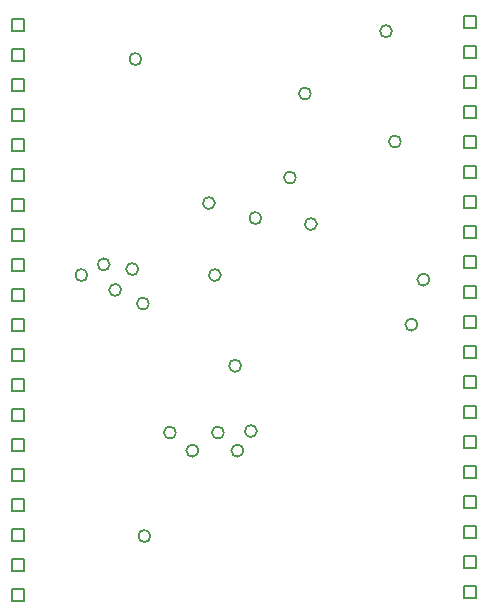
<source format=gbr>
G04*
G04 #@! TF.GenerationSoftware,Altium Limited,Altium Designer,24.3.1 (35)*
G04*
G04 Layer_Color=2752767*
%FSLAX25Y25*%
%MOIN*%
G70*
G04*
G04 #@! TF.SameCoordinates,0CBC8BA6-70FB-484C-93A1-0B89DDC4EC94*
G04*
G04*
G04 #@! TF.FilePolarity,Positive*
G04*
G01*
G75*
%ADD46C,0.00500*%
%ADD47C,0.00667*%
D46*
X445000Y406500D02*
Y410500D01*
X449000D01*
Y406500D01*
X445000D01*
Y366500D02*
Y370500D01*
X449000D01*
Y366500D01*
X445000D01*
Y336500D02*
Y340500D01*
X449000D01*
Y336500D01*
X445000D01*
Y326500D02*
Y330500D01*
X449000D01*
Y326500D01*
X445000D01*
Y316500D02*
Y320500D01*
X449000D01*
Y316500D01*
X445000D01*
Y296500D02*
Y300500D01*
X449000D01*
Y296500D01*
X445000D01*
Y286500D02*
Y290500D01*
X449000D01*
Y286500D01*
X445000D01*
Y266500D02*
Y270500D01*
X449000D01*
Y266500D01*
X445000D01*
Y246500D02*
Y250500D01*
X449000D01*
Y246500D01*
X445000D01*
Y226500D02*
Y230500D01*
X449000D01*
Y226500D01*
X445000D01*
Y236500D02*
Y240500D01*
X449000D01*
Y236500D01*
X445000D01*
Y256500D02*
Y260500D01*
X449000D01*
Y256500D01*
X445000D01*
Y276500D02*
Y280500D01*
X449000D01*
Y276500D01*
X445000D01*
Y306500D02*
Y310500D01*
X449000D01*
Y306500D01*
X445000D01*
Y346500D02*
Y350500D01*
X449000D01*
Y346500D01*
X445000D01*
Y356500D02*
Y360500D01*
X449000D01*
Y356500D01*
X445000D01*
Y376500D02*
Y380500D01*
X449000D01*
Y376500D01*
X445000D01*
Y386500D02*
Y390500D01*
X449000D01*
Y386500D01*
X445000D01*
Y396500D02*
Y400500D01*
X449000D01*
Y396500D01*
X445000D01*
Y416500D02*
Y420500D01*
X449000D01*
Y416500D01*
X445000D01*
X294500Y275500D02*
Y279500D01*
X298500D01*
Y275500D01*
X294500D01*
Y305500D02*
Y309500D01*
X298500D01*
Y305500D01*
X294500D01*
Y315500D02*
Y319500D01*
X298500D01*
Y315500D01*
X294500D01*
Y325500D02*
Y329500D01*
X298500D01*
Y325500D01*
X294500D01*
Y345500D02*
Y349500D01*
X298500D01*
Y345500D01*
X294500D01*
Y355500D02*
Y359500D01*
X298500D01*
Y355500D01*
X294500D01*
Y375500D02*
Y379500D01*
X298500D01*
Y375500D01*
X294500D01*
Y395500D02*
Y399500D01*
X298500D01*
Y395500D01*
X294500D01*
Y415500D02*
Y419500D01*
X298500D01*
Y415500D01*
X294500D01*
Y405500D02*
Y409500D01*
X298500D01*
Y405500D01*
X294500D01*
Y385500D02*
Y389500D01*
X298500D01*
Y385500D01*
X294500D01*
Y365500D02*
Y369500D01*
X298500D01*
Y365500D01*
X294500D01*
Y335500D02*
Y339500D01*
X298500D01*
Y335500D01*
X294500D01*
Y295500D02*
Y299500D01*
X298500D01*
Y295500D01*
X294500D01*
Y285500D02*
Y289500D01*
X298500D01*
Y285500D01*
X294500D01*
Y265500D02*
Y269500D01*
X298500D01*
Y265500D01*
X294500D01*
Y255500D02*
Y259500D01*
X298500D01*
Y255500D01*
X294500D01*
Y245500D02*
Y249500D01*
X298500D01*
Y245500D01*
X294500D01*
Y235500D02*
Y239500D01*
X298500D01*
Y235500D01*
X294500D01*
Y225500D02*
Y229500D01*
X298500D01*
Y225500D01*
X294500D01*
D47*
X389000Y366500D02*
G03*
X389000Y366500I-2000J0D01*
G01*
X396000Y351000D02*
G03*
X396000Y351000I-2000J0D01*
G01*
X377500Y353000D02*
G03*
X377500Y353000I-2000J0D01*
G01*
X362000Y358000D02*
G03*
X362000Y358000I-2000J0D01*
G01*
X421044Y415299D02*
G03*
X421044Y415299I-2000J0D01*
G01*
X433500Y332500D02*
G03*
X433500Y332500I-2000J0D01*
G01*
X336443Y336000D02*
G03*
X336443Y336000I-2000J0D01*
G01*
X330750Y329053D02*
G03*
X330750Y329053I-2000J0D01*
G01*
X340000Y324500D02*
G03*
X340000Y324500I-2000J0D01*
G01*
X326943Y337557D02*
G03*
X326943Y337557I-2000J0D01*
G01*
X337500Y406000D02*
G03*
X337500Y406000I-2000J0D01*
G01*
X394000Y394500D02*
G03*
X394000Y394500I-2000J0D01*
G01*
X376000Y282000D02*
G03*
X376000Y282000I-2000J0D01*
G01*
X370733Y303767D02*
G03*
X370733Y303767I-2000J0D01*
G01*
X371500Y275500D02*
G03*
X371500Y275500I-2000J0D01*
G01*
X365000Y281500D02*
G03*
X365000Y281500I-2000J0D01*
G01*
X356500Y275500D02*
G03*
X356500Y275500I-2000J0D01*
G01*
X349000Y281500D02*
G03*
X349000Y281500I-2000J0D01*
G01*
X340500Y247000D02*
G03*
X340500Y247000I-2000J0D01*
G01*
X319500Y334000D02*
G03*
X319500Y334000I-2000J0D01*
G01*
X424000Y378500D02*
G03*
X424000Y378500I-2000J0D01*
G01*
X364000Y334000D02*
G03*
X364000Y334000I-2000J0D01*
G01*
X429500Y317500D02*
G03*
X429500Y317500I-2000J0D01*
G01*
M02*

</source>
